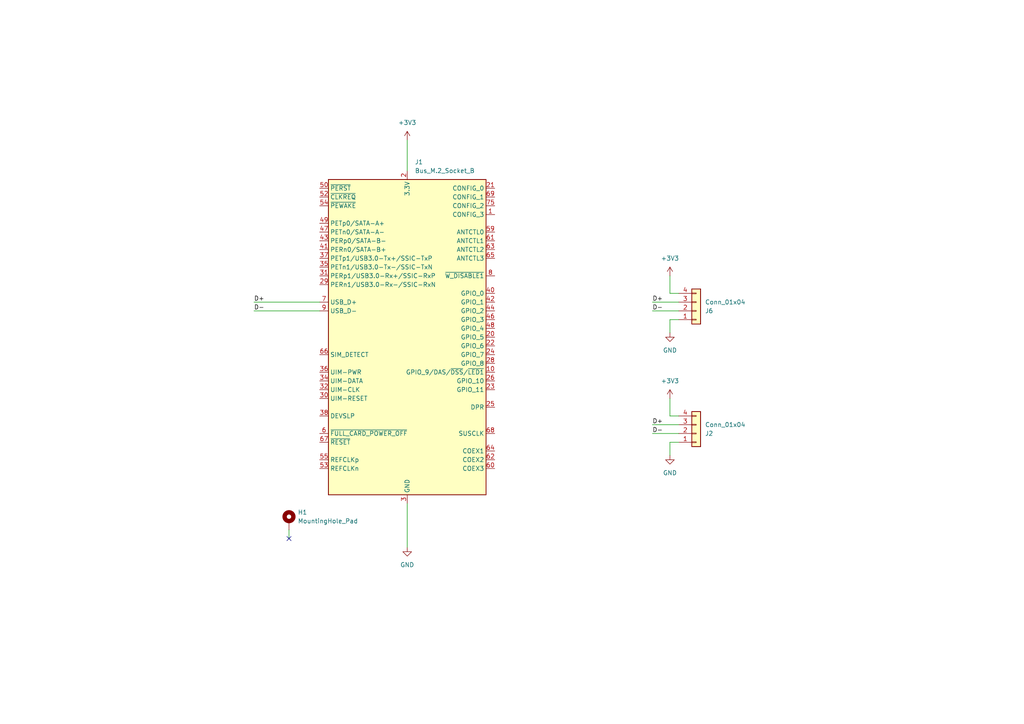
<source format=kicad_sch>
(kicad_sch (version 20230121) (generator eeschema)
  (paper "A4")
  (lib_symbols
    (symbol "Connector:Bus_M.2_Socket_B"
      (property "Reference" "J" (at -22.86 46.99 0))
      (property "Value" "Bus_M.2_Socket_B" (at 16.51 46.99 0))
      (symbol "Bus_M.2_Socket_B_0_1"
        (rectangle (start -22.86 45.72) (end 22.86 -45.72) (stroke (width 0.254)) (fill (type background)))
      )
      (symbol "Bus_M.2_Socket_B_1_1"
        (pin input line (at 25.4 35.56 180) (length 2.54) (name "CONFIG_3") (number "1"))
        (pin bidirectional line (at 25.4 -10.16 180) (length 2.54) (name "GPIO_9/DAS/~{DSS}/~{LED1}") (number "10"))
        (pin passive line (at 0 -48.26 90) (length 2.54) hide (name "GND") (number "11"))
        (pin power_in line (at 0 48.26 270) (length 2.54) (name "3.3V") (number "2"))
        (pin bidirectional line (at 25.4 0 180) (length 2.54) (name "GPIO_5") (number "20"))
        (pin input line (at 25.4 43.18 180) (length 2.54) (name "CONFIG_0") (number "21"))
        (pin bidirectional line (at 25.4 -2.54 180) (length 2.54) (name "GPIO_6") (number "22"))
        (pin bidirectional line (at 25.4 -15.24 180) (length 2.54) (name "GPIO_11") (number "23"))
        (pin bidirectional line (at 25.4 -5.08 180) (length 2.54) (name "GPIO_7") (number "24"))
        (pin output line (at 25.4 -20.32 180) (length 2.54) (name "DPR") (number "25"))
        (pin bidirectional line (at 25.4 -12.7 180) (length 2.54) (name "GPIO_10") (number "26"))
        (pin passive line (at 0 -48.26 90) (length 2.54) hide (name "GND") (number "27"))
        (pin bidirectional line (at 25.4 -7.62 180) (length 2.54) (name "GPIO_8") (number "28"))
        (pin input line (at -25.4 15.24 0) (length 2.54) (name "PERn1/USB3.0-Rx-/SSIC-RxN") (number "29"))
        (pin power_in line (at 0 -48.26 90) (length 2.54) (name "GND") (number "3"))
        (pin input line (at -25.4 -17.78 0) (length 2.54) (name "UIM-RESET") (number "30"))
        (pin input line (at -25.4 17.78 0) (length 2.54) (name "PERp1/USB3.0-Rx+/SSIC-RxP") (number "31"))
        (pin input line (at -25.4 -15.24 0) (length 2.54) (name "UIM-CLK") (number "32"))
        (pin passive line (at 0 -48.26 90) (length 2.54) hide (name "GND") (number "33"))
        (pin bidirectional line (at -25.4 -12.7 0) (length 2.54) (name "UIM-DATA") (number "34"))
        (pin output line (at -25.4 20.32 0) (length 2.54) (name "PETn1/USB3.0-Tx-/SSIC-TxN") (number "35"))
        (pin input line (at -25.4 -10.16 0) (length 2.54) (name "UIM-PWR") (number "36"))
        (pin output line (at -25.4 22.86 0) (length 2.54) (name "PETp1/USB3.0-Tx+/SSIC-TxP") (number "37"))
        (pin output line (at -25.4 -22.86 0) (length 2.54) (name "DEVSLP") (number "38"))
        (pin passive line (at 0 -48.26 90) (length 2.54) hide (name "GND") (number "39"))
        (pin passive line (at 0 48.26 270) (length 2.54) hide (name "3.3V") (number "4"))
        (pin bidirectional line (at 25.4 12.7 180) (length 2.54) (name "GPIO_0") (number "40"))
        (pin input line (at -25.4 25.4 0) (length 2.54) (name "PERn0/SATA-B+") (number "41"))
        (pin bidirectional line (at 25.4 10.16 180) (length 2.54) (name "GPIO_1") (number "42"))
        (pin input line (at -25.4 27.94 0) (length 2.54) (name "PERp0/SATA-B-") (number "43"))
        (pin bidirectional line (at 25.4 7.62 180) (length 2.54) (name "GPIO_2") (number "44"))
        (pin passive line (at 0 -48.26 90) (length 2.54) hide (name "GND") (number "45"))
        (pin bidirectional line (at 25.4 5.08 180) (length 2.54) (name "GPIO_3") (number "46"))
        (pin output line (at -25.4 30.48 0) (length 2.54) (name "PETn0/SATA-A-") (number "47"))
        (pin bidirectional line (at 25.4 2.54 180) (length 2.54) (name "GPIO_4") (number "48"))
        (pin output line (at -25.4 33.02 0) (length 2.54) (name "PETp0/SATA-A+") (number "49"))
        (pin passive line (at 0 -48.26 90) (length 2.54) hide (name "GND") (number "5"))
        (pin output line (at -25.4 43.18 0) (length 2.54) (name "~{PERST}") (number "50"))
        (pin passive line (at 0 -48.26 90) (length 2.54) hide (name "GND") (number "51"))
        (pin bidirectional line (at -25.4 40.64 0) (length 2.54) (name "~{CLKREQ}") (number "52"))
        (pin output line (at -25.4 -38.1 0) (length 2.54) (name "REFCLKn") (number "53"))
        (pin bidirectional line (at -25.4 38.1 0) (length 2.54) (name "~{PEWAKE}") (number "54"))
        (pin output line (at -25.4 -35.56 0) (length 2.54) (name "REFCLKp") (number "55"))
        (pin no_connect line (at 22.86 -43.18 180) (length 2.54) hide (name "NC") (number "56"))
        (pin passive line (at 0 -48.26 90) (length 2.54) hide (name "GND") (number "57"))
        (pin no_connect line (at 22.86 -40.64 180) (length 2.54) hide (name "NC") (number "58"))
        (pin input line (at 25.4 30.48 180) (length 2.54) (name "ANTCTL0") (number "59"))
        (pin output line (at -25.4 -27.94 0) (length 2.54) (name "~{FULL_CARD_POWER_OFF}") (number "6"))
        (pin bidirectional line (at 25.4 -38.1 180) (length 2.54) (name "COEX3") (number "60"))
        (pin input line (at 25.4 27.94 180) (length 2.54) (name "ANTCTL1") (number "61"))
        (pin bidirectional line (at 25.4 -35.56 180) (length 2.54) (name "COEX2") (number "62"))
        (pin input line (at 25.4 25.4 180) (length 2.54) (name "ANTCTL2") (number "63"))
        (pin bidirectional line (at 25.4 -33.02 180) (length 2.54) (name "COEX1") (number "64"))
        (pin input line (at 25.4 22.86 180) (length 2.54) (name "ANTCTL3") (number "65"))
        (pin output line (at -25.4 -5.08 0) (length 2.54) (name "SIM_DETECT") (number "66"))
        (pin output line (at -25.4 -30.48 0) (length 2.54) (name "~{RESET}") (number "67"))
        (pin output line (at 25.4 -27.94 180) (length 2.54) (name "SUSCLK") (number "68"))
        (pin input line (at 25.4 40.64 180) (length 2.54) (name "CONFIG_1") (number "69"))
        (pin bidirectional line (at -25.4 10.16 0) (length 2.54) (name "USB_D+") (number "7"))
        (pin passive line (at 0 48.26 270) (length 2.54) hide (name "3.3V") (number "70"))
        (pin passive line (at 0 -48.26 90) (length 2.54) hide (name "GND") (number "71"))
        (pin passive line (at 0 48.26 270) (length 2.54) hide (name "3.3V") (number "72"))
        (pin passive line (at 0 -48.26 90) (length 2.54) hide (name "GND") (number "73"))
        (pin passive line (at 0 48.26 270) (length 2.54) hide (name "3.3V") (number "74"))
        (pin input line (at 25.4 38.1 180) (length 2.54) (name "CONFIG_2") (number "75"))
        (pin output line (at 25.4 17.78 180) (length 2.54) (name "~{W_DISABLE1}") (number "8"))
        (pin bidirectional line (at -25.4 7.62 0) (length 2.54) (name "USB_D-") (number "9"))
      )
    )
    (symbol "Connector_Generic:Conn_01x04" (pin_names (offset 1.016) hide)
      (property "Reference" "J" (at 0 5.08 0))
      (property "Value" "Conn_01x04" (at 0 -7.62 0))
      (symbol "Conn_01x04_1_1"
        (rectangle (start -1.27 -4.953) (end 0 -5.207) (stroke (width 0.1524)))
        (rectangle (start -1.27 -2.413) (end 0 -2.667) (stroke (width 0.1524)))
        (rectangle (start -1.27 0.127) (end 0 -0.127) (stroke (width 0.1524)))
        (rectangle (start -1.27 2.667) (end 0 2.413) (stroke (width 0.1524)))
        (rectangle (start -1.27 3.81) (end 1.27 -6.35) (stroke (width 0.254)) (fill (type background)))
        (pin passive line (at -5.08 2.54 0) (length 3.81) (name "Pin_1") (number "1"))
        (pin passive line (at -5.08 0 0) (length 3.81) (name "Pin_2") (number "2"))
        (pin passive line (at -5.08 -2.54 0) (length 3.81) (name "Pin_3") (number "3"))
        (pin passive line (at -5.08 -5.08 0) (length 3.81) (name "Pin_4") (number "4"))
      )
    )
    (symbol "Mechanical:MountingHole_Pad" (pin_numbers hide) (pin_names (offset 1.016) hide)
      (property "Reference" "H" (at 0 6.35 0))
      (property "Value" "MountingHole_Pad" (at 0 4.445 0))
      (symbol "MountingHole_Pad_0_1"
        (circle (center 0 1.27) (radius 1.27) (stroke (width 1.27)))
      )
      (symbol "MountingHole_Pad_1_1"
        (pin input line (at 0 -2.54 90) (length 2.54) (name "1") (number "1"))
      )
    )
    (symbol "power:+3V3" (power) (pin_names (offset 0))
      (property "Value" "+3V3" (at 0 3.556 0))
      (symbol "+3V3_0_1"
        (polyline (pts (xy -0.762 1.27) (xy 0 2.54)))
        (polyline (pts (xy 0 0) (xy 0 2.54)))
        (polyline (pts (xy 0 2.54) (xy 0.762 1.27)))
      )
      (symbol "+3V3_1_1"
        (pin power_in line (at 0 0 90) (length 0) hide (name "+3V3") (number "1"))
      )
    )
    (symbol "power:GND" (power) (pin_names (offset 0))
      (property "Value" "GND" (at 0 -3.81 0))
      (symbol "GND_0_1"
        (polyline (pts (xy 0 0) (xy 0 -1.27) (xy 1.27 -1.27) (xy 0 -2.54) (xy -1.27 -1.27) (xy 0 -1.27)))
      )
      (symbol "GND_1_1"
        (pin power_in line (at 0 0 270) (length 0) hide (name "GND") (number "1"))
      )
    )
  )
  (no_connect (at 83.82 156.21))
  (wire (pts (xy 83.82 153.67) (xy 83.82 156.21)))
  (wire (pts (xy 189.23 87.63) (xy 196.85 87.63)))
  (wire (pts (xy 73.66 87.63) (xy 92.71 87.63)))
  (wire (pts (xy 194.31 120.65) (xy 196.85 120.65)))
  (wire (pts (xy 194.31 115.57) (xy 194.31 120.65)))
  (wire (pts (xy 194.31 128.27) (xy 196.85 128.27)))
  (wire (pts (xy 189.23 123.19) (xy 196.85 123.19)))
  (wire (pts (xy 118.11 40.64) (xy 118.11 49.53)))
  (wire (pts (xy 194.31 85.09) (xy 196.85 85.09)))
  (wire (pts (xy 194.31 132.08) (xy 194.31 128.27)))
  (wire (pts (xy 189.23 125.73) (xy 196.85 125.73)))
  (wire (pts (xy 194.31 92.71) (xy 196.85 92.71)))
  (wire (pts (xy 189.23 90.17) (xy 196.85 90.17)))
  (wire (pts (xy 118.11 146.05) (xy 118.11 158.75)))
  (wire (pts (xy 73.66 90.17) (xy 92.71 90.17)))
  (wire (pts (xy 194.31 96.52) (xy 194.31 92.71)))
  (wire (pts (xy 194.31 80.01) (xy 194.31 85.09)))
  (label "D-" (at 189.23 125.73 0))
  (label "D-" (at 73.66 90.17 0))
  (label "D+" (at 189.23 123.19 0))
  (label "D+" (at 73.66 87.63 0))
  (label "D+" (at 189.23 87.63 0))
  (label "D-" (at 189.23 90.17 0))
  (symbol (lib_id "power:GND") (at 194.31 132.08 0) (unit 1)
    (property "Reference" "#PWR06" (effects hide))
    (property "Value" "GND" (at 194.31 137.16 0))
  )
  (symbol (lib_id "power:GND") (at 194.31 96.52 0) (unit 1)
    (property "Reference" "#PWR02" (effects hide))
    (property "Value" "GND" (at 194.31 101.6 0))
  )
  (symbol (lib_id "Connector:Bus_M.2_Socket_B") (at 118.11 97.79 0) (unit 1)
    (property "Reference" "J1" (at 120.3041 46.99 0) (effects (justify left)))
    (property "Value" "Bus_M.2_Socket_B" (at 120.3041 49.53 0) (effects (justify left)))
    (property "Footprint" "m2:NGFF_B" (effects hide))
    (property "Datasheet" "http://read.pudn.com/downloads794/doc/project/3133918/PCIe_M.2_Electromechanical_Spec_Rev1.0_Final_11012013_RS_Clean.pdf#page=154" (effects hide))
  )
  (symbol (lib_id "Mechanical:MountingHole_Pad") (at 83.82 151.13 0) (unit 1)
    (property "Reference" "H1" (at 86.36 148.59 0) (effects (justify left)))
    (property "Value" "MountingHole_Pad" (at 86.36 151.13 0) (effects (justify left)))
  )
  (symbol (lib_id "Connector_Generic:Conn_01x04") (at 201.93 90.17 0) (mirror x) (unit 1)
    (property "Reference" "J6" (at 204.47 90.17 0) (effects (justify left)))
    (property "Value" "Conn_01x04" (at 204.47 87.63 0) (effects (justify left)))
    (property "Footprint" "m2:USB" (effects hide))
  )
  (symbol (lib_id "Connector_Generic:Conn_01x04") (at 201.93 125.73 0) (mirror x) (unit 1)
    (property "Reference" "J2" (at 204.47 125.73 0) (effects (justify left)))
    (property "Value" "Conn_01x04" (at 204.47 123.19 0) (effects (justify left)))
    (property "Footprint" "m2:USB" (effects hide))
  )
  (symbol (lib_id "power:GND") (at 118.11 158.75 0) (unit 1)
    (property "Reference" "#PWR01" (effects hide))
    (property "Value" "GND" (at 118.11 163.83 0))
  )
  (symbol (lib_id "power:+3V3") (at 194.31 115.57 0) (unit 1)
    (property "Reference" "#PWR05" (effects hide))
    (property "Value" "+3V3" (at 194.31 110.49 0))
  )
  (symbol (lib_id "power:+3V3") (at 194.31 80.01 0) (unit 1)
    (property "Reference" "#PWR04" (effects hide))
    (property "Value" "+3V3" (at 194.31 74.93 0))
  )
  (symbol (lib_id "power:+3V3") (at 118.11 40.64 0) (unit 1)
    (property "Reference" "#PWR03" (effects hide))
    (property "Value" "+3V3" (at 118.11 35.56 0))
  )
)
</source>
